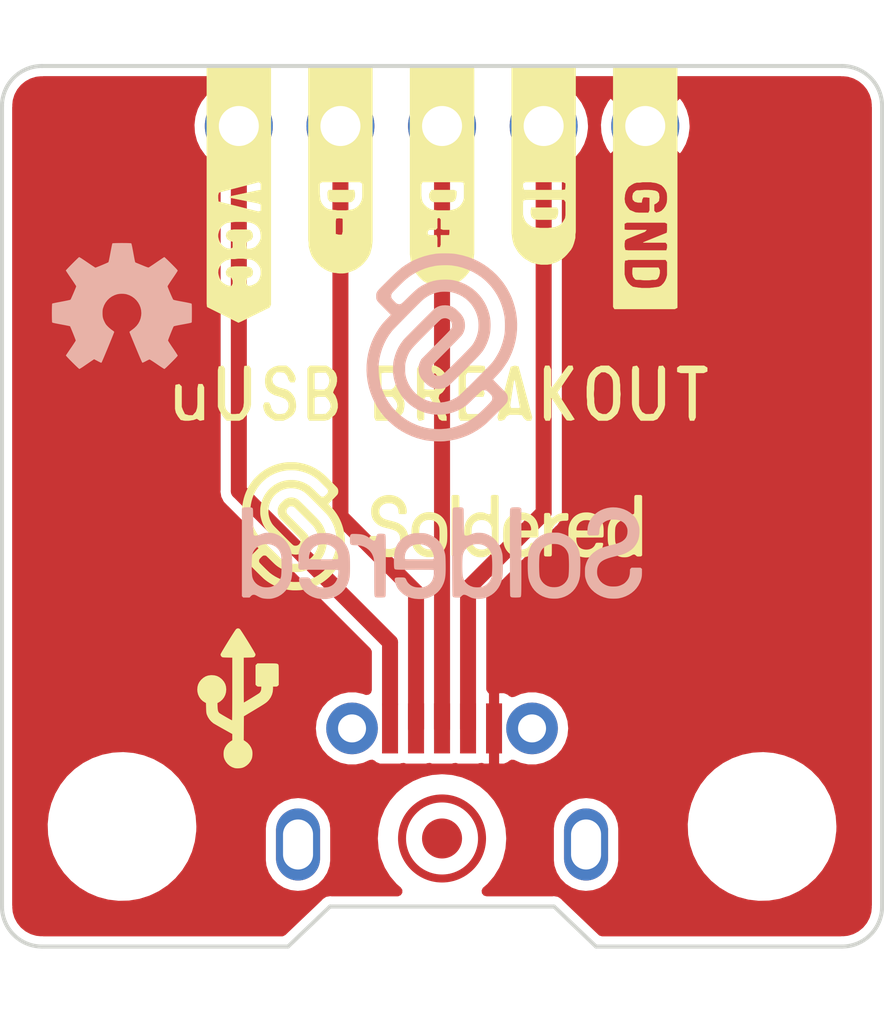
<source format=kicad_pcb>
(kicad_pcb (version 20210623) (generator pcbnew)
  (title_block (title "Micro USB breakout") (date "2021-07-06") (rev "V1.1.1.") (company "SOLDERED") (comment 1 "333010"))
  (layers (0 "F.Cu" signal) (31 "B.Cu" signal) (34 "B.Paste" user) (35 "F.Paste" user) (36 "B.SilkS" user "B.Silkscreen") (37 "F.SilkS" user "F.Silkscreen") (38 "B.Mask" user) (39 "F.Mask" user) (44 "Edge.Cuts" user))
  (net 0 "")
  (net 1 "/GND")
  (net 2 "/ID")
  (net 3 "/D+")
  (net 4 "/D-")
  (net 5 "/VCC")
  (footprint "e-radionica.com footprinti:FIDUCIAL_23" (layer "F.Cu") (at 112.6 124.3)
    (fp_text reference "FD1")
    (fp_text value "FIDUCIAL")
    (fp_circle (center 0 0) (end 1 0) (layer "F.Cu") (width 0.2) (fill none))
    (pad "1" smd circle (at 0 0) (size 1 1) (layers "F.Cu" "F.Paste" "F.Mask") (clearance 1.1))
  )
  (footprint "buzzardLabel" (layer "F.Cu") (at 112.6 104.6 -90)
    (fp_text reference "" (at 0 0 90) (layer "F.SilkS") (effects (font (size 1.27 1.27))))
    (fp_text value "" (at 0 0 90) (layer "F.SilkS") (effects (font (size 1.27 1.27))))
  )
  (footprint "buzzardLabel" (layer "F.Cu") (at 110.06 104.6 -90)
    (fp_text reference "" (at 0 0 90) (layer "F.SilkS") (effects (font (size 1.27 1.27))))
    (fp_text value "" (at 0 0 90) (layer "F.SilkS") (effects (font (size 1.27 1.27))))
  )
  (footprint "e-radionica.com footprinti:HOLE_3.2mm" (layer "F.Cu") (at 104.6 124)
    (fp_text reference "H1" hide)
    (fp_text value "HOLE_3.2mm" hide)
    (pad "" np_thru_hole circle locked (at 0 0) (size 3.2 3.2) (drill 3.2) (layers F&B.Cu *.Mask))
  )
  (footprint "buzzardLabel" (layer "F.Cu") (at 117.68 104.6 -90)
    (fp_text reference "" (at 0 0 90) (layer "F.SilkS") (effects (font (size 1.27 1.27))))
    (fp_text value "" (at 0 0 90) (layer "F.SilkS") (effects (font (size 1.27 1.27))))
  )
  (footprint "Soldered Graphics:Logo-Back-SolderedVERTICAL-10mm" (layer "F.Cu") (at 112.6 114)
    (fp_text reference "G***" hide)
    (fp_text value "LOGO" hide)
  )
  (footprint "buzzardLabel" (layer "F.Cu") (at 112.6 113.2)
    (fp_text reference "" (at 0 0) (layer "F.SilkS") (effects (font (size 1.27 1.27))))
    (fp_text value "" (at 0 0) (layer "F.SilkS") (effects (font (size 1.27 1.27))))
  )
  (footprint "e-radionica.com footprinti:MICRO_USB" (layer "F.Cu") (at 112.6 123 180)
    (fp_text reference "K2")
    (fp_text value "MICRO_USB")
    (pad "1" smd rect (at 1.3 1.45 180) (size 0.4 1.25) (layers "F.Cu" "F.Paste" "F.Mask") (net 5 "/VCC"))
    (pad "2" smd rect (at 0.65 1.45 180) (size 0.4 1.25) (layers "F.Cu" "F.Paste" "F.Mask") (net 4 "/D-"))
    (pad "3" smd rect (at 0 1.45 180) (size 0.4 1.25) (layers "F.Cu" "F.Paste" "F.Mask") (net 3 "/D+"))
    (pad "4" smd rect (at -0.65 1.45 180) (size 0.4 1.25) (layers "F.Cu" "F.Paste" "F.Mask") (net 2 "/ID"))
    (pad "5" smd rect (at -1.3 1.45 180) (size 0.4 1.25) (layers "F.Cu" "F.Paste" "F.Mask") (net 1 "/GND"))
    (pad "6" thru_hole circle (at -2.25 1.45 180) (size 1.29 1.29) (drill 0.7) (layers *.Cu *.Mask))
    (pad "7" thru_hole circle (at 2.25 1.45 180) (size 1.29 1.29) (drill 0.7) (layers *.Cu *.Mask))
    (pad "8" thru_hole oval (at -3.6 -1.45 180) (size 1.1 1.8) (drill oval 0.75 1.25) (layers *.Cu *.Mask))
    (pad "9" thru_hole oval (at 3.6 -1.45 180) (size 1.1 1.8) (drill oval 0.75 1.25) (layers *.Cu *.Mask))
  )
  (footprint "Soldered Graphics:Logo-Front-SolderedFULL-10mm" (layer "F.Cu") (at 112.6 116.5)
    (fp_text reference "G***" hide)
    (fp_text value "LOGO" hide)
  )
  (footprint "e-radionica.com footprinti:HOLE_3.2mm" (layer "F.Cu") (at 120.6 124)
    (fp_text reference "H2" hide)
    (fp_text value "HOLE_3.2mm" hide)
    (pad "" np_thru_hole circle locked (at 0 0) (size 3.2 3.2) (drill 3.2) (layers F&B.Cu *.Mask))
  )
  (footprint "Soldered Graphics:Symbol-Front-USB" (layer "F.Cu") (at 107.5 120.8)
    (fp_text reference "G***" hide)
    (fp_text value "LOGO" hide)
  )
  (footprint "buzzardLabel" (layer "F.Cu") (at 115.14 104.6 -90)
    (fp_text reference "" (at 0 0 90) (layer "F.SilkS") (effects (font (size 1.27 1.27))))
    (fp_text value "" (at 0 0 90) (layer "F.SilkS") (effects (font (size 1.27 1.27))))
  )
  (footprint "Soldered Graphics:Logo-Back-OSH-3.5mm" (layer "F.Cu") (at 104.6 111)
    (fp_text reference "G***" hide)
    (fp_text value "LOGO" hide)
  )
  (footprint "buzzardLabel" (layer "F.Cu") (at 107.52 104.6 -90)
    (fp_text reference "" (at 0 0 90) (layer "F.SilkS") (effects (font (size 1.27 1.27))))
    (fp_text value "" (at 0 0 90) (layer "F.SilkS") (effects (font (size 1.27 1.27))))
  )
  (footprint "e-radionica.com footprinti:HEADER_MALE_5X1" (layer "B.Cu") (at 112.6 106.5 180)
    (fp_text reference "K1")
    (fp_text value "HEADER_MALE_5X1")
    (pad "1" thru_hole circle locked (at -5.08 0 180) (size 1.7 1.7) (drill 1) (layers *.Cu *.Mask) (net 1 "/GND"))
    (pad "2" thru_hole circle locked (at -2.54 0 180) (size 1.7 1.7) (drill 1) (layers *.Cu *.Mask) (net 2 "/ID"))
    (pad "3" thru_hole circle locked (at 0 0 180) (size 1.7 1.7) (drill 1) (layers *.Cu *.Mask) (net 3 "/D+"))
    (pad "4" thru_hole circle locked (at 2.54 0 180) (size 1.7 1.7) (drill 1) (layers *.Cu *.Mask) (net 4 "/D-"))
    (pad "5" thru_hole circle locked (at 5.08 0 180) (size 1.7 1.7) (drill 1) (layers *.Cu *.Mask) (net 5 "/VCC"))
  )
  (gr_arc (start 122.6 106) (end 122.6 105) (angle 90) (layer "Edge.Cuts") (width 0.1))
  (gr_line (start 101.6 126) (end 101.6 106) (layer "Edge.Cuts") (width 0.1))
  (gr_line (start 108.75 127) (end 109.8 126) (layer "Edge.Cuts") (width 0.1))
  (gr_arc (start 122.6 126) (end 122.6 127) (angle -90) (layer "Edge.Cuts") (width 0.1))
  (gr_arc (start 102.6 126) (end 102.6 127) (angle 90) (layer "Edge.Cuts") (width 0.1))
  (gr_line (start 122.6 127) (end 116.45 127) (layer "Edge.Cuts") (width 0.1))
  (gr_line (start 123.6 106) (end 123.6 126) (layer "Edge.Cuts") (width 0.1))
  (gr_arc (start 102.6 106) (end 102.6 105) (angle -90) (layer "Edge.Cuts") (width 0.1))
  (gr_line (start 115.4 126) (end 116.45 127) (layer "Edge.Cuts") (width 0.1))
  (gr_line (start 109.8 126) (end 115.4 126) (layer "Edge.Cuts") (width 0.1))
  (gr_line (start 102.6 105) (end 122.6 105) (layer "Edge.Cuts") (width 0.1))
  (gr_line (start 108.75 127) (end 102.6 127) (layer "Edge.Cuts") (width 0.1))
  (segment (start 113.25 121.55) (end 113.25 118.05) (width 0.4) (layer "F.Cu") (net 2))
  (segment (start 113.25 118.05) (end 115.14 116.16) (width 0.4) (layer "F.Cu") (net 2))
  (segment (start 115.14 116.16) (end 115.14 106.5) (width 0.4) (layer "F.Cu") (net 2))
  (segment (start 112.6 121.55) (end 112.6 106.5) (width 0.4) (layer "F.Cu") (net 3))
  (segment (start 111.95 121.55) (end 111.95 118.15) (width 0.4) (layer "F.Cu") (net 4))
  (segment (start 111.95 118.15) (end 110.06 116.26) (width 0.4) (layer "F.Cu") (net 4))
  (segment (start 110.06 116.26) (end 110.06 106.5) (width 0.4) (layer "F.Cu") (net 4))
  (segment (start 107.52 115.62) (end 111.3 119.4) (width 0.4) (layer "F.Cu") (net 5))
  (segment (start 107.52 106.5) (end 107.52 115.62) (width 0.4) (layer "F.Cu") (net 5))
  (segment (start 111.3 119.4) (end 111.3 120.953383) (width 0.4) (layer "F.Cu") (net 5))
  (zone (net 1) (net_name "/GND") (layer "F.Cu") (connect_pads (clearance 0.254)) (min_thickness 0.254) (fill yes (thermal_gap 0.254) (thermal_bridge_width 0.254))
    (polygon (pts (xy 123.6 127) (xy 101.6 127) (xy 101.6 105) (xy 123.6 105)))
  )
)
</source>
